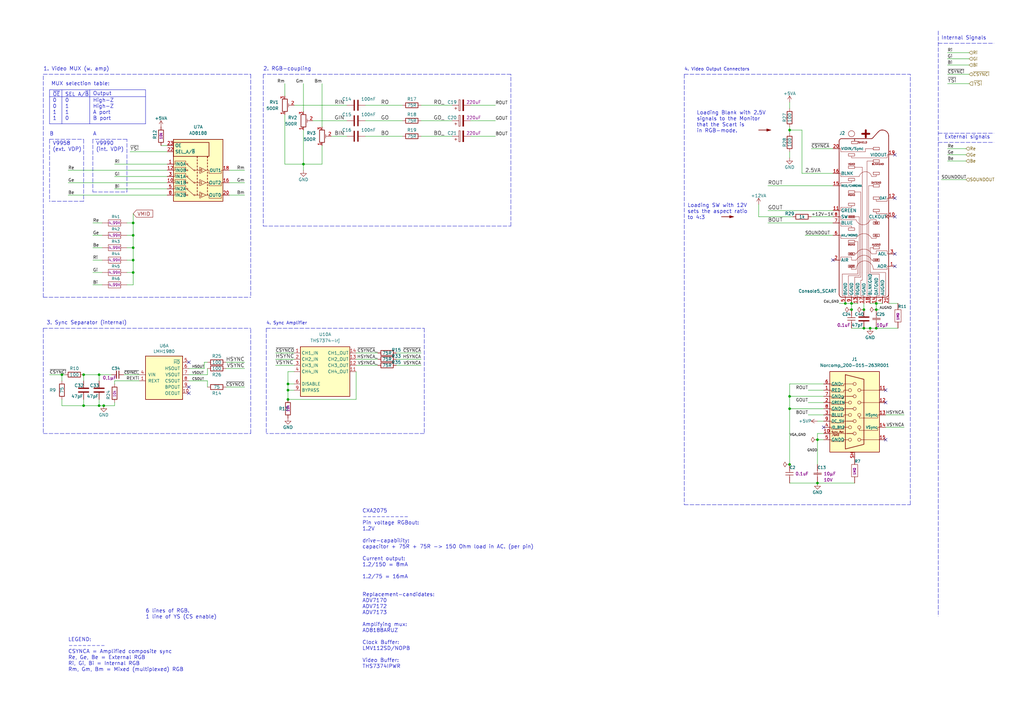
<source format=kicad_sch>
(kicad_sch (version 20211123) (generator eeschema)
  (paper "A3")
  (title_block (title "TRH9000D") (date "2022-12-29") (rev "AB") (comment 2 "Shared under CERN-OHL-S license") (comment 3 "TRH9000 - Open Source MSX Graphics Card based on the Yamaha V9990") (comment 4 "Designed  by: Cristiano Goncalves, Doomn00b, SD_Snatcher"))
  (junction (at 359.41 134.62))
  (junction (at 40.64 153.67))
  (junction (at 34.29 166.37))
  (junction (at 40.64 166.37))
  (junction (at 354.33 134.62))
  (junction (at 54.61 111.76))
  (junction (at 335.28 198.12))
  (junction (at 323.85 53.34))
  (junction (at 323.85 190.5))
  (junction (at 118.11 160.02))
  (junction (at 356.87 134.62))
  (junction (at 359.41 124.46))
  (junction (at 54.61 91.44))
  (junction (at 335.28 180.34))
  (junction (at 54.61 101.6))
  (junction (at 349.25 124.46))
  (junction (at 118.11 157.48))
  (junction (at 323.85 162.56))
  (junction (at 323.85 167.64))
  (junction (at 346.71 124.46))
  (junction (at 118.11 163.83))
  (junction (at 54.61 96.52))
  (junction (at 124.46 67.31))
  (junction (at 354.33 127))
  (junction (at 349.25 127))
  (junction (at 42.545 166.37))
  (junction (at 34.29 153.67))
  (junction (at 25.4 153.67))
  (junction (at 54.61 106.68))
  (junction (at 359.41 127))
  (no_connect (at 77.47 158.75))
  (no_connect (at 77.47 161.29))
  (no_connect (at 341.63 106.68))
  (no_connect (at 367.03 88.9))
  (no_connect (at 367.03 109.22))
  (no_connect (at 367.03 104.14))
  (no_connect (at 367.03 63.5))
  (no_connect (at 367.03 81.28))
  (no_connect (at 337.82 175.26))
  (no_connect (at 363.22 160.02))
  (no_connect (at 363.22 165.1))
  (no_connect (at 363.22 180.34))
  (no_connect (at 77.47 148.59))
  (wire (pts (xy 132.08 59.69) (xy 132.08 67.31)))
  (wire (pts (xy 388.62 34.29) (xy 397.51 34.29)))
  (wire (pts (xy 120.65 147.32) (xy 113.03 147.32)))
  (wire (pts (xy 323.85 162.56) (xy 337.82 162.56)))
  (wire (pts (xy 54.61 111.76) (xy 54.61 116.84)))
  (polyline (pts (xy 107.95 30.48) (xy 107.95 92.71)))
  (wire (pts (xy 54.61 106.68) (xy 54.61 111.76)))
  (wire (pts (xy 162.56 144.78) (xy 172.72 144.78)))
  (wire (pts (xy 149.86 55.88) (xy 165.1 55.88)))
  (wire (pts (xy 335.28 172.72) (xy 337.82 172.72)))
  (polyline (pts (xy 20.32 57.15) (xy 34.29 57.15)))
  (polyline (pts (xy 17.78 30.48) (xy 102.87 30.48)))
  (polyline (pts (xy 109.22 134.62) (xy 173.99 134.62)))
  (wire (pts (xy 146.05 149.86) (xy 154.94 149.86)))
  (polyline (pts (xy 173.99 134.62) (xy 173.99 177.8)))
  (wire (pts (xy 34.29 166.37) (xy 40.64 166.37)))
  (wire (pts (xy 185.42 43.18) (xy 172.72 43.18)))
  (wire (pts (xy 337.82 157.48) (xy 323.85 157.48)))
  (wire (pts (xy 335.28 198.12) (xy 350.52 198.12)))
  (polyline (pts (xy 38.1 78.74) (xy 52.07 78.74)))
  (wire (pts (xy 193.04 55.88) (xy 203.2 55.88)))
  (wire (pts (xy 331.47 160.02) (xy 337.82 160.02)))
  (wire (pts (xy 360.68 127) (xy 359.41 127)))
  (wire (pts (xy 346.71 124.46) (xy 349.25 124.46)))
  (wire (pts (xy 124.46 53.34) (xy 124.46 67.31)))
  (polyline (pts (xy 280.67 207.01) (xy 373.38 207.01)))
  (wire (pts (xy 20.32 153.67) (xy 25.4 153.67)))
  (wire (pts (xy 52.07 101.6) (xy 54.61 101.6)))
  (wire (pts (xy 135.89 55.88) (xy 142.24 55.88)))
  (wire (pts (xy 118.11 163.83) (xy 118.11 160.02)))
  (wire (pts (xy 25.4 166.37) (xy 34.29 166.37)))
  (wire (pts (xy 34.29 163.83) (xy 34.29 166.37)))
  (wire (pts (xy 311.15 83.82) (xy 311.15 88.9)))
  (polyline (pts (xy 173.99 177.8) (xy 109.22 177.8)))
  (wire (pts (xy 120.65 144.78) (xy 113.03 144.78)))
  (wire (pts (xy 335.28 177.8) (xy 337.82 177.8)))
  (wire (pts (xy 92.71 158.75) (xy 100.33 158.75)))
  (wire (pts (xy 146.05 144.78) (xy 154.94 144.78)))
  (polyline (pts (xy 20.32 50.8) (xy 59.69 50.8)) (stroke (width 0) (type solid)))
  (wire (pts (xy 93.98 80.01) (xy 100.33 80.01)))
  (wire (pts (xy 118.11 160.02) (xy 120.65 160.02)))
  (wire (pts (xy 124.46 67.31) (xy 124.46 69.85)))
  (wire (pts (xy 344.17 124.46) (xy 346.71 124.46)))
  (wire (pts (xy 311.15 88.9) (xy 325.12 88.9)))
  (polyline (pts (xy 17.78 177.8) (xy 102.87 177.8)))
  (polyline (pts (xy 20.32 36.83) (xy 59.69 36.83)) (stroke (width 0) (type solid)))
  (wire (pts (xy 386.08 73.66) (xy 396.24 73.66)))
  (wire (pts (xy 38.1 116.84) (xy 41.91 116.84)))
  (wire (pts (xy 38.1 111.76) (xy 41.91 111.76)))
  (wire (pts (xy 25.4 163.83) (xy 25.4 166.37)))
  (wire (pts (xy 388.62 63.5) (xy 396.24 63.5)))
  (wire (pts (xy 54.61 101.6) (xy 54.61 106.68)))
  (polyline (pts (xy 36.83 36.83) (xy 36.83 50.8)) (stroke (width 0) (type solid)))
  (wire (pts (xy 52.07 116.84) (xy 54.61 116.84)))
  (wire (pts (xy 388.62 21.59) (xy 397.51 21.59)))
  (polyline (pts (xy 20.32 39.624) (xy 59.69 39.624)) (stroke (width 0) (type solid)))
  (wire (pts (xy 77.47 153.67) (xy 85.09 153.67)))
  (wire (pts (xy 388.62 66.04) (xy 396.24 66.04)))
  (wire (pts (xy 77.47 151.13) (xy 83.82 151.13)))
  (wire (pts (xy 53.34 62.23) (xy 68.58 62.23)))
  (wire (pts (xy 354.33 127) (xy 354.33 124.46)))
  (wire (pts (xy 83.82 148.59) (xy 85.09 148.59)))
  (wire (pts (xy 92.71 151.13) (xy 100.33 151.13)))
  (wire (pts (xy 323.85 162.56) (xy 323.85 167.64)))
  (wire (pts (xy 93.98 74.93) (xy 100.33 74.93)))
  (polyline (pts (xy 17.78 121.92) (xy 102.87 121.92)))
  (wire (pts (xy 38.1 101.6) (xy 41.91 101.6)))
  (polyline (pts (xy 107.95 92.71) (xy 209.55 92.71)))
  (wire (pts (xy 40.64 153.67) (xy 40.64 156.21)))
  (polyline (pts (xy 420.37 125.73) (xy 420.37 125.73)))
  (wire (pts (xy 388.62 30.48) (xy 397.51 30.48)))
  (wire (pts (xy 149.86 43.18) (xy 165.1 43.18)))
  (wire (pts (xy 52.07 111.76) (xy 54.61 111.76)))
  (wire (pts (xy 52.07 96.52) (xy 54.61 96.52)))
  (wire (pts (xy 38.1 106.68) (xy 41.91 106.68)))
  (wire (pts (xy 337.82 180.34) (xy 335.28 180.34)))
  (wire (pts (xy 85.09 156.21) (xy 85.09 158.75)))
  (wire (pts (xy 332.74 88.9) (xy 341.63 88.9)))
  (wire (pts (xy 314.96 91.44) (xy 341.63 91.44)))
  (wire (pts (xy 77.47 156.21) (xy 85.09 156.21)))
  (wire (pts (xy 93.98 69.85) (xy 100.33 69.85)))
  (polyline (pts (xy 384.81 17.78) (xy 407.67 17.78)))
  (wire (pts (xy 54.61 96.52) (xy 54.61 101.6)))
  (polyline (pts (xy 384.81 58.42) (xy 407.67 58.42)))
  (wire (pts (xy 116.84 67.31) (xy 124.46 67.31)))
  (wire (pts (xy 356.87 134.62) (xy 359.41 134.62)))
  (polyline (pts (xy 17.78 134.62) (xy 102.87 134.62)))
  (wire (pts (xy 330.2 96.52) (xy 341.63 96.52)))
  (wire (pts (xy 328.93 71.12) (xy 341.63 71.12)))
  (wire (pts (xy 46.99 77.47) (xy 68.58 77.47)))
  (wire (pts (xy 388.62 26.67) (xy 397.51 26.67)))
  (wire (pts (xy 54.61 91.44) (xy 54.61 96.52)))
  (wire (pts (xy 341.63 60.96) (xy 332.74 60.96)))
  (wire (pts (xy 120.65 43.18) (xy 142.24 43.18)))
  (wire (pts (xy 118.11 157.48) (xy 118.11 160.02)))
  (polyline (pts (xy 17.78 134.62) (xy 17.78 177.8)))
  (wire (pts (xy 363.22 175.26) (xy 370.84 175.26)))
  (polyline (pts (xy 209.55 92.71) (xy 209.55 30.48)))
  (wire (pts (xy 85.09 151.13) (xy 85.09 153.67)))
  (polyline (pts (xy 102.87 30.48) (xy 102.87 121.92)))
  (wire (pts (xy 314.96 76.2) (xy 341.63 76.2)))
  (wire (pts (xy 359.41 127) (xy 359.41 124.46)))
  (wire (pts (xy 27.94 69.85) (xy 68.58 69.85)))
  (wire (pts (xy 335.28 190.5) (xy 335.28 180.34)))
  (wire (pts (xy 50.8 153.67) (xy 57.15 153.67)))
  (polyline (pts (xy 52.07 78.74) (xy 52.07 57.15)))
  (polyline (pts (xy 209.55 30.48) (xy 107.95 30.48)))
  (wire (pts (xy 328.93 53.34) (xy 328.93 71.12)))
  (polyline (pts (xy 52.07 57.15) (xy 38.1 57.15)))
  (wire (pts (xy 314.96 86.36) (xy 341.63 86.36)))
  (wire (pts (xy 40.64 153.67) (xy 45.72 153.67)))
  (wire (pts (xy 40.64 163.83) (xy 40.64 166.37)))
  (wire (pts (xy 185.42 49.53) (xy 172.72 49.53)))
  (wire (pts (xy 27.94 80.01) (xy 68.58 80.01)))
  (wire (pts (xy 368.3 124.46) (xy 364.49 124.46)))
  (wire (pts (xy 146.05 152.4) (xy 146.05 163.83)))
  (wire (pts (xy 116.84 34.29) (xy 116.84 39.37)))
  (wire (pts (xy 118.11 152.4) (xy 118.11 157.48)))
  (wire (pts (xy 118.11 163.83) (xy 146.05 163.83)))
  (wire (pts (xy 124.46 34.29) (xy 124.46 45.72)))
  (wire (pts (xy 46.99 67.31) (xy 68.58 67.31)))
  (wire (pts (xy 323.85 167.64) (xy 337.82 167.64)))
  (wire (pts (xy 193.04 43.18) (xy 203.2 43.18)))
  (wire (pts (xy 323.85 157.48) (xy 323.85 162.56)))
  (wire (pts (xy 25.4 153.67) (xy 26.67 153.67)))
  (wire (pts (xy 46.99 72.39) (xy 68.58 72.39)))
  (wire (pts (xy 331.47 170.18) (xy 337.82 170.18)))
  (polyline (pts (xy 17.78 121.92) (xy 17.78 30.48)))
  (wire (pts (xy 128.27 49.53) (xy 142.24 49.53)))
  (wire (pts (xy 146.05 147.32) (xy 154.94 147.32)))
  (wire (pts (xy 34.29 153.67) (xy 40.64 153.67)))
  (polyline (pts (xy 109.22 134.62) (xy 109.22 177.8)))
  (wire (pts (xy 335.28 177.8) (xy 335.28 180.34)))
  (wire (pts (xy 132.08 67.31) (xy 124.46 67.31)))
  (wire (pts (xy 83.82 148.59) (xy 83.82 151.13)))
  (wire (pts (xy 323.85 64.77) (xy 323.85 62.23)))
  (wire (pts (xy 162.56 147.32) (xy 172.72 147.32)))
  (wire (pts (xy 38.1 91.44) (xy 41.91 91.44)))
  (wire (pts (xy 363.22 170.18) (xy 370.84 170.18)))
  (wire (pts (xy 323.85 52.07) (xy 323.85 53.34)))
  (wire (pts (xy 349.25 124.46) (xy 351.79 124.46)))
  (wire (pts (xy 149.86 49.53) (xy 165.1 49.53)))
  (polyline (pts (xy 280.67 30.48) (xy 280.67 207.01)))
  (wire (pts (xy 25.4 156.21) (xy 25.4 153.67)))
  (wire (pts (xy 54.61 87.63) (xy 54.61 91.44)))
  (wire (pts (xy 323.85 53.34) (xy 328.93 53.34)))
  (wire (pts (xy 116.84 46.99) (xy 116.84 67.31)))
  (wire (pts (xy 203.2 49.53) (xy 193.04 49.53)))
  (wire (pts (xy 162.56 149.86) (xy 172.72 149.86)))
  (wire (pts (xy 120.65 152.4) (xy 118.11 152.4)))
  (wire (pts (xy 359.41 124.46) (xy 361.95 124.46)))
  (polyline (pts (xy 384.81 54.61) (xy 407.67 54.61)))
  (wire (pts (xy 52.07 106.68) (xy 54.61 106.68)))
  (wire (pts (xy 132.08 34.29) (xy 132.08 52.07)))
  (wire (pts (xy 356.87 124.46) (xy 359.41 124.46)))
  (wire (pts (xy 42.545 166.37) (xy 46.99 166.37)))
  (wire (pts (xy 120.65 157.48) (xy 118.11 157.48)))
  (wire (pts (xy 323.85 190.5) (xy 323.85 167.64)))
  (wire (pts (xy 40.64 166.37) (xy 42.545 166.37)))
  (wire (pts (xy 172.72 55.88) (xy 185.42 55.88)))
  (wire (pts (xy 46.99 165.1) (xy 46.99 166.37)))
  (wire (pts (xy 46.99 157.48) (xy 46.99 156.21)))
  (polyline (pts (xy 102.87 177.8) (xy 102.87 134.62)))
  (wire (pts (xy 120.65 149.86) (xy 113.03 149.86)))
  (wire (pts (xy 331.47 165.1) (xy 337.82 165.1)))
  (wire (pts (xy 359.41 134.62) (xy 368.3 134.62)))
  (wire (pts (xy 66.04 59.69) (xy 68.58 59.69)))
  (wire (pts (xy 92.71 148.59) (xy 100.33 148.59)))
  (polyline (pts (xy 20.32 57.15) (xy 20.32 82.55)))
  (wire (pts (xy 349.25 127) (xy 349.25 124.46)))
  (wire (pts (xy 388.62 60.96) (xy 396.24 60.96)))
  (polyline (pts (xy 373.38 207.01) (xy 373.38 30.48)))
  (wire (pts (xy 27.94 74.93) (xy 68.58 74.93)))
  (polyline (pts (xy 280.67 30.48) (xy 373.38 30.48)))
  (wire (pts (xy 52.07 91.44) (xy 54.61 91.44)))
  (wire (pts (xy 388.62 24.13) (xy 397.51 24.13)))
  (polyline (pts (xy 59.69 50.8) (xy 59.69 36.83)) (stroke (width 0) (type solid)))
  (wire (pts (xy 34.29 153.67) (xy 34.29 156.21)))
  (polyline (pts (xy 34.29 82.55) (xy 20.32 82.55)))
  (polyline (pts (xy 384.81 12.7) (xy 384.81 252.73)))
  (wire (pts (xy 323.85 53.34) (xy 323.85 54.61)))
  (wire (pts (xy 38.1 96.52) (xy 41.91 96.52)))
  (wire (pts (xy 323.85 198.12) (xy 335.28 198.12)))
  (wire (pts (xy 323.85 41.91) (xy 323.85 44.45)))
  (polyline (pts (xy 38.1 57.15) (xy 38.1 78.74)))
  (polyline (pts (xy 20.32 36.83) (xy 20.32 50.8)) (stroke (width 0) (type solid)))
  (wire (pts (xy 46.99 156.21) (xy 57.15 156.21)))
  (polyline (pts (xy 34.29 57.15) (xy 34.29 82.55)))
  (wire (pts (xy 349.25 134.62) (xy 354.33 134.62)))
  (wire (pts (xy 354.33 134.62) (xy 356.87 134.62)))
  (polyline (pts (xy 25.4 36.83) (xy 25.4 50.8)) (stroke (width 0) (type solid)))
  (text "Internal Signals" (at 386.08 16.51 0) (effects (font (size 1.524 1.524)) (justify left bottom)))
  (text "A" (at 38.1 55.88 0) (effects (font (size 1.524 1.524)) (justify left bottom)))
  (text "CXA2075\n----------\nPin voltage RGBout:\n1.2V\n\ndrive-capability:\ncapacitor + 75R + 75R -> 150 Ohm load in AC. (per pin)\n\nCurrent output:\n1.2/150 = 8mA\n\n1.2/75 = 16mA\n\n\nReplacement-candidates:\nADV7170\nADV7172\nADV7173\n\nAmplifying mux:\nAD8188ARUZ\n\nClock Buffer:\nLMV112SD/NOPB\n\nVideo Buffer:\nTHS7374IPWR" (at 148.59 274.32 0) (effects (font (size 1.524 1.524)) (justify left bottom)))
  (text "3. Sync Separator (internal)" (at 19.05 133.35 0) (effects (font (size 1.524 1.524)) (justify left bottom)))
  (text "4. Sync Amplifier" (at 109.22 133.35 0) (effects (font (size 1.27 1.27)) (justify left bottom)))
  (text "Loading Blank with 2.5V\nsignals to the Monitor \nthat the Scart is \nin RGB-mode." (at 285.75 54.61 0) (effects (font (size 1.524 1.524)) (justify left bottom)))
  (text "Output" (at 38.1 39.37 0) (effects (font (size 1.524 1.524)) (justify left bottom)))
  (text "V9990\n(int. VDP)" (at 39.37 62.23 0) (effects (font (size 1.524 1.524)) (justify left bottom)))
  (text "~{OE}\n0\n0\n1\n1" (at 21.59 49.53 0) (effects (font (size 1.524 1.524)) (justify left bottom)))
  (text "LEGEND:\n--------\nCSYNCA = Amplified composite sync\nRe, Ge, Be = External RGB\nRi, Gi, Bi = Internal RGB\nRm, Gm, Bm = Mixed (multiplexed) RGB" (at 27.94 275.59 0) (effects (font (size 1.524 1.524)) (justify left bottom)))
  (text "High-Z\nHigh-Z\nA port\nB port" (at 38.1 49.53 0) (effects (font (size 1.524 1.524)) (justify left bottom)))
  (text "1. Video MUX (w. amp)" (at 17.78 29.21 0) (effects (font (size 1.524 1.524)) (justify left bottom)))
  (text "4. Video Output Connectors\n" (at 280.67 29.21 0) (effects (font (size 1.27 1.27)) (justify left bottom)))
  (text "External signals" (at 387.35 57.15 0) (effects (font (size 1.524 1.524)) (justify left bottom)))
  (text "2. RGB-coupling" (at 107.95 29.21 0) (effects (font (size 1.524 1.524)) (justify left bottom)))
  (text "SEL A/~{B}\n0\n1\n1\n0\n" (at 26.67 49.53 0) (effects (font (size 1.524 1.524)) (justify left bottom)))
  (text "MUX selection table:" (at 20.955 35.306 0) (effects (font (size 1.524 1.524)) (justify left bottom)))
  (text "B" (at 20.32 55.88 0) (effects (font (size 1.524 1.524)) (justify left bottom)))
  (text "6 lines of RGB.\n1 line of YS (CS enable)" (at 59.69 254 0) (effects (font (size 1.524 1.524)) (justify left bottom)))
  (text "Loading SW with 12V \nsets the aspect ratio\nto 4:3" (at 281.94 90.17 0) (effects (font (size 1.524 1.524)) (justify left bottom)))
  (text "V9958\n(ext. VDP)" (at 21.59 62.23 0) (effects (font (size 1.524 1.524)) (justify left bottom)))
  (label "~{YSi}" (at 53.34 62.23 0) (effects (font (size 1.524 1.524))))
  (label "VSYNC" (at 100.33 151.13 180) (effects (font (size 1.524 1.524))))
  (label "Gi" (at 38.1 111.76 0))
  (label "Be" (at 27.94 80.01 0))
  (label "HSYNCA" (at 172.72 147.32 180))
  (label "~{CSYNCO}" (at 100.33 158.75 180))
  (label "RO" (at 156.21 43.18 0) (effects (font (size 1.524 1.524))))
  (label "Ri" (at 38.1 106.68 0))
  (label "HSYNC" (at 113.03 147.32 0) (effects (font (size 1.524 1.524))))
  (label "Ge" (at 38.1 96.52 0))
  (label "BO_" (at 177.8 55.88 0) (effects (font (size 1.524 1.524))))
  (label "BIN" (at 137.16 55.88 0) (effects (font (size 1.524 1.524))))
  (label "HSYNC" (at 100.33 148.59 180) (effects (font (size 1.524 1.524))))
  (label "Re" (at 38.1 91.44 0))
  (label "ROUT" (at 203.2 43.18 0))
  (label "HSYNCA" (at 370.84 170.18 180))
  (label "GO_" (at 177.8 49.53 0) (effects (font (size 1.524 1.524))))
  (label "BOUT" (at 314.96 91.44 0) (effects (font (size 1.524 1.524))))
  (label "BOUT" (at 331.47 170.18 180))
  (label "~{CSYNCA}" (at 332.74 60.96 0))
  (label "Bm" (at 132.08 34.29 180))
  (label "SOUNDOUT" (at 386.08 73.66 0))
  (label "Ge" (at 388.62 63.5 0))
  (label "Ge" (at 27.94 74.93 0))
  (label "Ri" (at 388.62 21.59 0))
  (label "GNDD" (at 335.28 185.42 180) (effects (font (size 1 1))))
  (label "+12V-1K" (at 332.74 88.9 0))
  (label "VSYNCA_" (at 154.94 149.86 180))
  (label "2.5VA" (at 330.2 71.12 0) (effects (font (size 1.524 1.524))))
  (label "CSOUT" (at 78.74 156.21 0) (effects (font (size 1 1))))
  (label "~{CSYNCi}" (at 20.32 153.67 0))
  (label "BOUT" (at 203.2 55.88 0))
  (label "Gi" (at 46.99 72.39 0))
  (label "ROUT" (at 314.96 76.2 0) (effects (font (size 1.524 1.524))))
  (label "Gm" (at 124.46 34.29 180))
  (label "SOUNDOUT" (at 330.2 96.52 0))
  (label "Rm" (at 116.84 34.29 180))
  (label "Bi" (at 388.62 26.67 0))
  (label "~{CSYNCA}" (at 172.72 144.78 180))
  (label "Rm" (at 100.33 69.85 180))
  (label "VSYNC" (at 113.03 149.86 0) (effects (font (size 1.524 1.524))))
  (label "Be" (at 38.1 101.6 0))
  (label "~{YSi}" (at 388.62 34.29 0) (effects (font (size 1.524 1.524))))
  (label "BO" (at 156.21 55.88 0) (effects (font (size 1.524 1.524))))
  (label "~{CSYNCi_}" (at 57.15 153.67 180) (effects (font (size 1 1))))
  (label "~{CSYNCi}" (at 388.62 30.48 0))
  (label "Re" (at 27.94 69.85 0))
  (label "GIN" (at 137.16 49.53 0) (effects (font (size 1.524 1.524))))
  (label "VSYNCA" (at 172.72 149.86 180))
  (label "Col_GND" (at 344.17 124.46 180) (effects (font (size 1 1))))
  (label "Be" (at 388.62 66.04 0))
  (label "GO" (at 156.21 49.53 0) (effects (font (size 1.524 1.524))))
  (label "Ri" (at 46.99 67.31 0))
  (label "Gi" (at 388.62 24.13 0))
  (label "Bm" (at 100.33 80.01 180))
  (label "VSYNCA" (at 370.84 175.26 180))
  (label "AUGND" (at 360.68 127 0) (effects (font (size 1 1))))
  (label "VSOUT" (at 78.74 153.67 0) (effects (font (size 1 1))))
  (label "HSYNCA_" (at 154.94 147.32 180))
  (label "~{CSYNCA}_" (at 154.94 144.78 180))
  (label "ROUT" (at 331.47 160.02 180))
  (label "RO_" (at 177.8 43.18 0) (effects (font (size 1.524 1.524))))
  (label "GOUT" (at 203.2 49.53 0))
  (label "HSOUT" (at 78.74 151.13 0) (effects (font (size 1 1))))
  (label "Bi" (at 46.99 77.47 0))
  (label "RIN" (at 137.16 43.18 0) (effects (font (size 1.524 1.524))))
  (label "GOUT" (at 331.47 165.1 180))
  (label "GOUT" (at 314.96 86.36 0) (effects (font (size 1.524 1.524))))
  (label "Bi" (at 38.1 116.84 0))
  (label "REXTi" (at 57.15 156.21 180))
  (label "VGA_GND" (at 323.85 179.07 0) (effects (font (size 1 1))))
  (label "~{CSYNCO}" (at 113.03 144.78 0))
  (label "Gm" (at 100.33 74.93 180))
  (label "Re" (at 388.62 60.96 0))
  (global_label "VMID" (shape input) (at 54.61 87.63 0) (effects (font (size 1.5 1.5))) (property "Intersheet References" "${INTERSHEET_REFS}" (effects hide)))
  (hierarchical_label "Ri" (shape input) (at 397.51 21.59 0))
  (hierarchical_label "~{YSi}" (shape input) (at 397.51 34.29 0) (effects (font (size 1.524 1.524))))
  (hierarchical_label "Ge" (shape input) (at 396.24 63.5 0))
  (hierarchical_label "Gi" (shape input) (at 397.51 24.13 0))
  (hierarchical_label "Re" (shape input) (at 396.24 60.96 0))
  (hierarchical_label "Be" (shape input) (at 396.24 66.04 0))
  (hierarchical_label "Bi" (shape input) (at 397.51 26.67 0))
  (hierarchical_label "~{CSYNCi}" (shape input) (at 397.51 30.48 0))
  (hierarchical_label "SOUNDOUT" (shape input) (at 396.24 73.66 0))
  (symbol (lib_id "power:GND") (at 42.545 166.37 0) (unit 1)
    (property "Reference" "#PWR016" (effects hide))
    (property "Value" "GND" (at 42.545 170.18 0))
  )
  (symbol (lib_name "C_TCJB227_1") (lib_id "LRJ-parts:C_TCJB227") (at 189.23 55.88 90) (unit 1)
    (property "Reference" "C21" (at 185.42 54.61 90))
    (property "Value" "C_TCJB227" (effects hide))
    (property "Footprint" "Capacitor_Tantalum_SMD:CP_EIA-3528-15_AVX-H" (effects hide))
    (property "Datasheet" "https://datasheets.kyocera-avx.com/TCJ.pdf" (effects hide))
    (property "MPN" "TCJB227M006R0070" (effects hide))
    (property "Voltage Rating" "6.3V" (effects hide))
    (property "Manufacturer" "KYOCERA AVX" (effects hide))
    (property "Capacitance" "220uF" (at 194.31 54.61 90))
  )
  (symbol (lib_id "power:+5VP") (at 335.28 172.72 90) (unit 1)
    (property "Reference" "#PWR026" (effects hide))
    (property "Value" "+5VP" (at 330.2 172.72 90))
  )
  (symbol (lib_id "LRJ-parts:C_GRM188D71A106KA73D") (at 359.41 130.81 180) (unit 1)
    (property "Reference" "C25" (at 359.41 128.905 0) (effects (font (size 1.143 1.143)) (justify right)))
    (property "Value" "C_GRM188D71A106KA73D" (effects hide))
    (property "Footprint" "Capacitor_SMD:C_0603_1608Metric" (effects hide))
    (property "Datasheet" "https://media.digikey.com/pdf/Data%20Sheets/Samsung%20PDFs/CL_Series_MLCC_ds.pdf" (effects hide))
    (property "Manufacturer" "Murata Electronics" (effects hide))
    (property "MPN" "GRM188D71A106KA73D" (effects hide))
    (property "Capacitance" "10µF" (at 359.41 133.35 0) (effects (justify right)))
    (property "Voltage rating" "10V" (effects hide))
    (property "Temperature Coefficient " "X7T" (effects hide))
    (property "Mounting type" "SMD" (effects hide))
    (property "Status" "Active" (effects hide))
  )
  (symbol (lib_id "Device:R_Potentiometer_Trim") (at 124.46 49.53 0) (mirror x) (unit 1)
    (property "Reference" "RV2" (at 121.92 48.2599 0) (effects (justify right)))
    (property "Value" "500R" (at 121.92 50.7999 0) (effects (justify right)))
    (property "Footprint" "Potentiometer_SMD:Potentiometer_Bourns_3314G_Vertical" (effects hide))
  )
  (symbol (lib_id "LRJ-parts:R_CRCW08054K99FKEAHP") (at 46.99 96.52 180) (unit 1)
    (property "Reference" "R42" (at 45.72 93.98 0) (effects (font (size 1.143 1.143)) (justify right)))
    (property "Value" "R_CRCW08054K99FKEAHP" (effects hide))
    (property "Footprint" "Resistor_SMD:R_0805_2012Metric_Pad1.20x1.40mm_HandSolder" (effects hide))
    (property "Datasheet" "https://www.vishay.com/docs/20043/crcwhpe3.pdf" (effects hide))
    (property "Manufacturer" "Vishay Dale" (effects hide))
    (property "MPN" "CRCW08054K99FKEAHP" (effects hide))
    (property "Operating Temperature " " -55°C to +155°C" (effects hide))
    (property "Resistance" "4.99K" (at 44.45 96.52 0) (effects (font (size 1.143 1.143)) (justify right)))
    (property "Mounting type" "SMD" (effects hide))
    (property "Status" "Active" (effects hide))
    (property "Price" "€0,21" (effects hide))
  )
  (symbol (lib_id "LRJ-parts:C_CC0805JPX7R9BB104") (at 323.85 194.31 0) (unit 1)
    (property "Reference" "C2" (at 323.85 191.77 0) (effects (font (size 1.143 1.143)) (justify left)))
    (property "Value" "C_CC0805JPX7R9BB104" (effects hide))
    (property "Footprint" "LRJ:C_0805_2012Metric_round_court" (effects hide))
    (property "Datasheet" "https://www.yageo.com/upload/media/product/productsearch/datasheet/mlcc/UPY-GPHC_X7R_6.3V-to-50V_18.pdf" (effects hide))
    (property "Manufacturer" "Yageo" (effects hide))
    (property "MPN" "CC0805JPX7R9BB104" (effects hide))
    (property "Mouser datasheet" "https://www.mouser.se/datasheet/2/427/vjcommercialseries-1764145.pdf" (effects hide))
    (property "Capacitance" "0.1uF" (at 328.93 194.31 0))
    (property "Voltage rating" "50V" (effects hide))
    (property "Temperature Coefficient " "X7R" (effects hide))
    (property "Mounting type" "SMD" (effects hide))
    (property "Status" "Active" (effects hide))
  )
  (symbol (lib_id "Device:C") (at 146.05 43.18 270) (unit 1)
    (property "Reference" "C14" (at 142.24 40.64 90))
    (property "Value" "100nF" (at 151.13 40.64 90))
    (property "Footprint" "Capacitor_SMD:C_0805_2012Metric" (effects hide))
  )
  (symbol (lib_id "Device:C") (at 354.33 130.81 0) (unit 1)
    (property "Reference" "C40" (at 350.52 128.905 0) (effects (justify left)))
    (property "Value" "47pF" (at 349.25 133.35 0) (effects (justify left)))
    (property "Footprint" "Capacitor_SMD:C_0603_1608Metric" (effects hide))
  )
  (symbol (lib_id "Device:R") (at 88.9 151.13 270) (mirror x) (unit 1)
    (property "Reference" "R26" (at 88.9 153.67 90))
    (property "Value" "100" (at 88.9 151.13 90))
    (property "Footprint" "Resistor_SMD:R_0603_1608Metric" (effects hide))
  )
  (symbol (lib_id "LRJ-parts:Console5_SCART") (at 354.33 88.9 0) (unit 1)
    (property "Reference" "J2" (at 345.44 54.61 0))
    (property "Value" "Console5_SCART" (at 335.28 119.38 0))
    (property "Footprint" "LRJ:SCART-21_Female_Horizontal_P1.905x2.54mm_EdgePinOffset10.7mm" (effects hide))
    (property "Datasheet" "https://console5.com/store/female-scart-jp21-through-hole-pcb-mount-21-pin-connector-right-angle.html#" (effects hide))
    (property "Manufacturer" "Console5" (effects hide))
    (property "MPN" "N/A" (effects hide))
  )
  (symbol (lib_id "Device:R") (at 168.91 43.18 270) (unit 1)
    (property "Reference" "R17" (at 168.91 40.64 90))
    (property "Value" "75R" (at 168.91 43.18 90))
    (property "Footprint" "Resistor_SMD:R_0805_2012Metric" (effects hide))
  )
  (symbol (lib_id "LRJ-parts:C_GRM188D71A106KA73D") (at 335.28 194.31 180) (unit 1)
    (property "Reference" "C13" (at 335.28 191.77 0) (effects (font (size 1.143 1.143)) (justify right)))
    (property "Value" "C_GRM188D71A106KA73D" (effects hide))
    (property "Footprint" "Capacitor_SMD:C_0603_1608Metric" (effects hide))
    (property "Datasheet" "https://media.digikey.com/pdf/Data%20Sheets/Samsung%20PDFs/CL_Series_MLCC_ds.pdf" (effects hide))
    (property "Manufacturer" "Murata Electronics" (effects hide))
    (property "MPN" "GRM188D71A106KA73D" (effects hide))
    (property "Capacitance" "10µF" (at 337.82 194.31 0) (effects (justify right)))
    (property "Voltage rating" "10V" (at 337.82 196.85 0) (effects (justify right)))
    (property "Temperature Coefficient " "X7T" (effects hide))
    (property "Mounting type" "SMD" (effects hide))
    (property "Status" "Active" (effects hide))
  )
  (symbol (lib_id "Device:R") (at 328.93 88.9 270) (unit 1)
    (property "Reference" "R29" (at 323.85 87.63 90))
    (property "Value" "1k" (at 328.93 88.9 90))
    (property "Footprint" "Resistor_SMD:R_0603_1608Metric" (effects hide))
  )
  (symbol (lib_id "LRJ-parts:Norcomp_200-015-263R001") (at 350.52 170.18 0) (unit 1)
    (property "Reference" "J1" (at 350.52 147.32 0))
    (property "Value" "Norcomp_200-015-263R001" (at 350.52 149.86 0))
    (property "Footprint" "LRJ:Norcomp_DSUB-15-HD_Female_Horizontal_SMD_P0.77x1.98mm" (effects hide))
    (property "Datasheet" "https://www.norcomp.net/rohspdfs/Connectors/2YY/200-015-263R001.pdf" (effects hide))
    (property "MPN" "200-015-263R001" (effects hide))
    (property "Manufacturer" "NorComp Inc." (effects hide))
    (property "Description" "CONN D-SUB HD RCPT 15POS SMD R/A" (effects hide))
    (property "Current Rating" "2A" (effects hide))
    (property "Voltage Rating" "300V" (effects hide))
  )
  (symbol (lib_id "power:PWR_FLAG") (at 354.33 127 90) (unit 1)
    (property "Reference" "#FLG06" (effects hide))
    (property "Value" "PWR_FLAG" (effects hide))
  )
  (symbol (lib_id "Device:R") (at 25.4 160.02 0) (unit 1)
    (property "Reference" "R9" (at 21.59 160.02 0))
    (property "Value" "75" (at 25.4 160.02 90))
    (property "Footprint" "Resistor_SMD:R_0603_1608Metric" (effects hide))
  )
  (symbol (lib_id "Graphic:SYM_Arrow_Normal") (at 298.45 88.9 0) (unit 1)
    (property "Reference" "#SYM2" (effects hide))
    (property "Value" "SYM_Arrow_Normal" (effects hide))
  )
  (symbol (lib_id "LRJ-parts:THS7374-lrj") (at 133.35 152.4 0) (unit 1)
    (property "Reference" "U10" (at 133.35 137.16 0))
    (property "Value" "THS7374-lrj" (at 133.35 139.7 0))
    (property "Footprint" "Package_SO:TSSOP-14_4.4x5mm_P0.65mm" (effects hide))
    (property "Datasheet" "https://www.ti.com/lit/ds/symlink/ths7374.pdf" (effects hide))
    (property "MPN" "THS7374IPWR" (effects hide))
    (property "Manufacturer" "Texas Instruments" (effects hide))
  )
  (symbol (lib_id "LRJ-parts:C_CL10B104KB8NNNL") (at 48.26 153.67 270) (mirror x) (unit 1)
    (property "Reference" "C34" (at 45.72 151.13 90) (effects (font (size 1.143 1.143)) (justify left)))
    (property "Value" "C_CL10B104KB8NNNL" (effects hide))
    (property "Footprint" "Capacitor_SMD:C_0603_1608Metric_Pad1.08x0.95mm_HandSolder" (effects hide))
    (property "Datasheet" "http://product.samsungsem.com/mlcc/CL10B104KB8NNN.do" (effects hide))
    (property "Manufacturer" "Samsung Electro-Mechanics" (effects hide))
    (property "MPN" "CL10B104KB8NNNL" (effects hide))
    (property "Temperature Coefficient " "X7R" (effects hide))
    (property "Capacitance " " 0,1µF" (at 44.45 154.94 90))
    (property "Tolerance" " ±10% " (effects hide))
    (property "Operating Temperature " " -55°C to +125°C " (effects hide))
    (property "Package" "1608 Metric" (effects hide))
    (property "DK_Datasheet" "https://media.digikey.com/pdf/Data%20Sheets/Samsung%20PDFs/CL_Series_MLCC_ds.pdf" (effects hide))
    (property "Voltage Rating" "50V" (effects hide))
  )
  (symbol (lib_id "Device:R") (at 30.48 153.67 270) (mirror x) (unit 1)
    (property "Reference" "R10" (at 30.48 151.13 90))
    (property "Value" "100" (at 30.48 153.67 90))
    (property "Footprint" "Resistor_SMD:R_0603_1608Metric" (effects hide))
  )
  (symbol (lib_id "power:PWR_FLAG") (at 323.85 190.5 90) (unit 1)
    (property "Reference" "#FLG02" (effects hide))
    (property "Value" "PWR_FLAG" (effects hide))
  )
  (symbol (lib_id "power:+12VA") (at 311.15 83.82 0) (unit 1)
    (property "Reference" "#PWR0109" (effects hide))
    (property "Value" "+12VA" (at 311.15 80.264 0))
  )
  (symbol (lib_id "LRJ-parts:R_ERJ-3GEYJ105V") (at 368.3 129.54 90) (unit 1)
    (property "Reference" "R11" (at 368.3 125.73 90) (effects (font (size 1.143 1.143)) (justify right)))
    (property "Value" "R_ERJ-3GEYJ105V" (effects hide))
    (property "Footprint" "Resistor_SMD:R_0603_1608Metric" (effects hide))
    (property "Datasheet" "https://industrial.panasonic.com/ww/products/pt/general-purpose-chip-resistors/models/ERJ3GEYJ105V" (effects hide))
    (property "Manufacturer" "Panasonic Electronic Components" (effects hide))
    (property "MPN" "ERJ-3GEYJ105V" (effects hide))
    (property "Resistance" "1MΩ" (at 368.3 128.27 0) (effects (font (size 0.889 0.889)) (justify right)))
    (property "Voltage rating" "75V" (effects hide))
    (property "Operating Temperature " " -55°C to +155°C" (effects hide))
    (property "Status" "Active" (effects hide))
    (property "Mounting type" "SMD" (effects hide))
  )
  (symbol (lib_id "Device:R") (at 323.85 48.26 0) (mirror y) (unit 1)
    (property "Reference" "R27" (at 321.818 48.26 90))
    (property "Value" "100" (at 323.85 48.26 90))
    (property "Footprint" "Resistor_SMD:R_0603_1608Metric" (effects hide))
  )
  (symbol (lib_id "LRJ-parts:R_CRCW08054K99FKEAHP") (at 46.99 101.6 180) (unit 1)
    (property "Reference" "R43" (at 45.72 99.06 0) (effects (font (size 1.143 1.143)) (justify right)))
    (property "Value" "R_CRCW08054K99FKEAHP" (effects hide))
    (property "Footprint" "Resistor_SMD:R_0805_2012Metric_Pad1.20x1.40mm_HandSolder" (effects hide))
    (property "Datasheet" "https://www.vishay.com/docs/20043/crcwhpe3.pdf" (effects hide))
    (property "Manufacturer" "Vishay Dale" (effects hide))
    (property "MPN" "CRCW08054K99FKEAHP" (effects hide))
    (property "Operating Temperature " " -55°C to +155°C" (effects hide))
    (property "Resistance" "4.99K" (at 44.45 101.6 0) (effects (font (size 1.143 1.143)) (justify right)))
    (property "Mounting type" "SMD" (effects hide))
    (property "Status" "Active" (effects hide))
    (property "Price" "€0,21" (effects hide))
  )
  (symbol (lib_id "power:GND") (at 124.46 69.85 0) (unit 1)
    (property "Reference" "#PWR0145" (effects hide))
    (property "Value" "GND" (at 124.46 73.66 0))
  )
  (symbol (lib_id "Device:C") (at 40.64 160.02 0) (unit 1)
    (property "Reference" "C33" (at 36.83 158.115 0) (effects (justify left)))
    (property "Value" "47pF" (at 35.56 162.56 0) (effects (justify left)))
    (property "Footprint" "Capacitor_SMD:C_0603_1608Metric" (effects hide))
  )
  (symbol (lib_id "power:PWR_FLAG") (at 359.41 127 90) (unit 1)
    (property "Reference" "#FLG07" (effects hide))
    (property "Value" "PWR_FLAG" (effects hide))
  )
  (symbol (lib_id "power:GND") (at 356.87 134.62 0) (unit 1)
    (property "Reference" "#PWR023" (effects hide))
    (property "Value" "GND" (at 356.87 138.43 0))
  )
  (symbol (lib_id "power:PWR_FLAG") (at 349.25 127 90) (unit 1)
    (property "Reference" "#FLG05" (effects hide))
    (property "Value" "PWR_FLAG" (effects hide))
  )
  (symbol (lib_id "LRJ-parts:R_CRCW08054K99FKEAHP") (at 46.99 111.76 180) (unit 1)
    (property "Reference" "R45" (at 45.72 109.22 0) (effects (font (size 1.143 1.143)) (justify right)))
    (property "Value" "R_CRCW08054K99FKEAHP" (effects hide))
    (property "Footprint" "Resistor_SMD:R_0805_2012Metric_Pad1.20x1.40mm_HandSolder" (effects hide))
    (property "Datasheet" "https://www.vishay.com/docs/20043/crcwhpe3.pdf" (effects hide))
    (property "Manufacturer" "Vishay Dale" (effects hide))
    (property "MPN" "CRCW08054K99FKEAHP" (effects hide))
    (property "Operating Temperature " " -55°C to +155°C" (effects hide))
    (property "Resistance" "4.99K" (at 44.45 111.76 0) (effects (font (size 1.143 1.143)) (justify right)))
    (property "Mounting type" "SMD" (effects hide))
    (property "Status" "Active" (effects hide))
    (property "Price" "€0,21" (effects hide))
  )
  (symbol (lib_id "Device:R") (at 323.85 58.42 0) (mirror y) (unit 1)
    (property "Reference" "R28" (at 321.818 58.42 90))
    (property "Value" "100" (at 323.85 58.42 90))
    (property "Footprint" "Resistor_SMD:R_0603_1608Metric" (effects hide))
  )
  (symbol (lib_id "Device:R_Potentiometer_Trim") (at 132.08 55.88 0) (mirror x) (unit 1)
    (property "Reference" "RV3" (at 129.54 54.6099 0) (effects (justify right)))
    (property "Value" "500R" (at 129.54 57.1499 0) (effects (justify right)))
    (property "Footprint" "Potentiometer_SMD:Potentiometer_Bourns_3314G_Vertical" (effects hide))
  )
  (symbol (lib_id "LRJ-parts:R_CRCW08054K99FKEAHP") (at 46.99 116.84 180) (unit 1)
    (property "Reference" "R46" (at 45.72 114.3 0) (effects (font (size 1.143 1.143)) (justify right)))
    (property "Value" "R_CRCW08054K99FKEAHP" (effects hide))
    (property "Footprint" "Resistor_SMD:R_0805_2012Metric_Pad1.20x1.40mm_HandSolder" (effects hide))
    (property "Datasheet" "https://www.vishay.com/docs/20043/crcwhpe3.pdf" (effects hide))
    (property "Manufacturer" "Vishay Dale" (effects hide))
    (property "MPN" "CRCW08054K99FKEAHP" (effects hide))
    (property "Operating Temperature " " -55°C to +155°C" (effects hide))
    (property "Resistance" "4.99K" (at 44.45 116.84 0) (effects (font (size 1.143 1.143)) (justify right)))
    (property "Mounting type" "SMD" (effects hide))
    (property "Status" "Active" (effects hide))
    (property "Price" "€0,21" (effects hide))
  )
  (symbol (lib_id "Device:C") (at 146.05 49.53 270) (unit 1)
    (property "Reference" "C15" (at 142.24 46.99 90))
    (property "Value" "100nF" (at 151.13 46.99 90))
    (property "Footprint" "Capacitor_SMD:C_0805_2012Metric" (effects hide))
  )
  (symbol (lib_id "LRJ-parts:R_CRCW08054K99FKEAHP") (at 46.99 91.44 180) (unit 1)
    (property "Reference" "R41" (at 45.72 88.9 0) (effects (font (size 1.143 1.143)) (justify right)))
    (property "Value" "R_CRCW08054K99FKEAHP" (effects hide))
    (property "Footprint" "Resistor_SMD:R_0805_2012Metric_Pad1.20x1.40mm_HandSolder" (effects hide))
    (property "Datasheet" "https://www.vishay.com/docs/20043/crcwhpe3.pdf" (effects hide))
    (property "Manufacturer" "Vishay Dale" (effects hide))
    (property "MPN" "CRCW08054K99FKEAHP" (effects hide))
    (property "Operating Temperature " " -55°C to +155°C" (effects hide))
    (property "Resistance" "4.99K" (at 44.45 91.44 0) (effects (font (size 1.143 1.143)) (justify right)))
    (property "Mounting type" "SMD" (effects hide))
    (property "Status" "Active" (effects hide))
    (property "Price" "€0,21" (effects hide))
  )
  (symbol (lib_name "C_CC0805JPX7R9BB104_1") (lib_id "LRJ-parts:C_CC0805JPX7R9BB104") (at 349.25 130.81 0) (unit 1)
    (property "Reference" "C24" (at 345.44 128.905 0) (effects (font (size 1.143 1.143)) (justify left)))
    (property "Value" "C_CC0805JPX7R9BB104" (effects hide))
    (property "Footprint" "Capacitor_SMD:C_0805_2012Metric" (effects hide))
    (property "Datasheet" "https://www.yageo.com/upload/media/product/productsearch/datasheet/mlcc/UPY-GPHC_X7R_6.3V-to-50V_18.pdf" (effects hide))
    (property "Manufacturer" "Yageo" (effects hide))
    (property "MPN" "CC0805JPX7R9BB104" (effects hide))
    (property "Mouser datasheet" "https://www.mouser.se/datasheet/2/427/vjcommercialseries-1764145.pdf" (effects hide))
    (property "Capacitance" "0.1uF" (at 346.075 133.35 0))
    (property "Voltage rating" "50V" (effects hide))
    (property "Temperature Coefficient " "X7R" (effects hide))
    (property "Mounting type" "SMD" (effects hide))
    (property "Status" "Active" (effects hide))
  )
  (symbol (lib_id "power:GND") (at 323.85 64.77 0) (unit 1)
    (property "Reference" "#PWR021" (effects hide))
    (property "Value" "GND" (at 323.85 68.58 0))
  )
  (symbol (lib_id "LRJ-parts:R_RC0603FR-0710KL") (at 66.04 55.88 0) (unit 1)
    (property "Reference" "R12" (at 63.5 57.15 90) (effects (justify left)))
    (property "Value" "R_RC0603FR-0710KL" (effects hide))
    (property "Footprint" "LRJ:R_0603_1608Metric_roundcourt" (effects hide))
    (property "Datasheet" "https://www.yageo.com/upload/media/product/productsearch/datasheet/rchip/PYu-RC_Group_51_RoHS_L_11.pdf" (effects hide))
    (property "Resistance" "10k" (at 66.04 57.15 90) (effects (font (size 0.9906 0.9906)) (justify left)))
    (property "Power (Watts) " " 0.1W, 1/10W" (effects hide))
    (property "Operating Temperature " " -55°C to 155°C " (effects hide))
    (property "MPN" "RC0603FR-0710KL" (effects hide))
    (property "Manufacturer" "Yageo" (effects hide))
  )
  (symbol (lib_id "Device:R") (at 168.91 55.88 270) (unit 1)
    (property "Reference" "R19" (at 168.91 53.34 90))
    (property "Value" "75R" (at 168.91 55.88 90))
    (property "Footprint" "Resistor_SMD:R_0805_2012Metric" (effects hide))
  )
  (symbol (lib_id "Device:C") (at 34.29 160.02 0) (unit 1)
    (property "Reference" "C32" (at 30.48 158.115 0) (effects (justify left)))
    (property "Value" "47pF" (at 29.21 162.56 0) (effects (justify left)))
    (property "Footprint" "Capacitor_SMD:C_0603_1608Metric" (effects hide))
  )
  (symbol (lib_id "power:PWR_FLAG") (at 335.28 180.34 90) (unit 1)
    (property "Reference" "#FLG04" (effects hide))
    (property "Value" "PWR_FLAG" (effects hide))
  )
  (symbol (lib_id "Device:R") (at 88.9 158.75 270) (mirror x) (unit 1)
    (property "Reference" "R14" (at 88.9 161.29 90))
    (property "Value" "75" (at 88.9 158.75 90))
    (property "Footprint" "Resistor_SMD:R_0603_1608Metric" (effects hide))
  )
  (symbol (lib_id "Device:C") (at 146.05 55.88 270) (unit 1)
    (property "Reference" "C16" (at 142.24 53.34 90))
    (property "Value" "100nF" (at 151.13 53.34 90))
    (property "Footprint" "Capacitor_SMD:C_0805_2012Metric" (effects hide))
  )
  (symbol (lib_id "Device:R") (at 158.75 149.86 270) (unit 1)
    (property "Reference" "R35" (at 162.56 148.59 90))
    (property "Value" "75R" (at 158.75 149.86 90))
    (property "Footprint" "Resistor_SMD:R_0805_2012Metric" (effects hide))
  )
  (symbol (lib_id "Device:R") (at 88.9 148.59 270) (mirror x) (unit 1)
    (property "Reference" "R25" (at 88.9 146.05 90))
    (property "Value" "100" (at 88.9 148.59 90))
    (property "Footprint" "Resistor_SMD:R_0603_1608Metric" (effects hide))
  )
  (symbol (lib_id "Device:R") (at 168.91 49.53 270) (unit 1)
    (property "Reference" "R18" (at 168.91 46.99 90))
    (property "Value" "75R" (at 168.91 49.53 90))
    (property "Footprint" "Resistor_SMD:R_0805_2012Metric" (effects hide))
  )
  (symbol (lib_id "Device:R_Potentiometer_Trim") (at 116.84 43.18 0) (mirror x) (unit 1)
    (property "Reference" "RV1" (at 114.3 41.9099 0) (effects (justify right)))
    (property "Value" "500R" (at 114.3 44.4499 0) (effects (justify right)))
    (property "Footprint" "Potentiometer_SMD:Potentiometer_Bourns_3314G_Vertical" (effects hide))
  )
  (symbol (lib_id "power:+5VA") (at 66.04 52.07 0) (unit 1)
    (property "Reference" "#PWR02" (effects hide))
    (property "Value" "+5VA" (at 66.04 48.514 0))
  )
  (symbol (lib_id "LRJ-parts:R_RC0603FR-0710KL") (at 118.11 167.64 0) (unit 1)
    (property "Reference" "R13" (at 114.3 167.64 0) (effects (justify left)))
    (property "Value" "R_RC0603FR-0710KL" (effects hide))
    (property "Footprint" "LRJ:R_0603_1608Metric_roundcourt" (effects hide))
    (property "Datasheet" "https://www.yageo.com/upload/media/product/productsearch/datasheet/rchip/PYu-RC_Group_51_RoHS_L_11.pdf" (effects hide))
    (property "Resistance" "10k" (at 118.11 168.91 90) (effects (font (size 0.9906 0.9906)) (justify left)))
    (property "Power (Watts) " " 0.1W, 1/10W" (effects hide))
    (property "Operating Temperature " " -55°C to 155°C " (effects hide))
    (property "MPN" "RC0603FR-0710KL" (effects hide))
    (property "Manufacturer" "Yageo" (effects hide))
  )
  (symbol (lib_name "C_TCJB227_2") (lib_id "LRJ-parts:C_TCJB227") (at 189.23 49.53 90) (unit 1)
    (property "Reference" "C20" (at 185.42 48.26 90))
    (property "Value" "C_TCJB227" (effects hide))
    (property "Footprint" "Capacitor_Tantalum_SMD:CP_EIA-3528-15_AVX-H" (effects hide))
    (property "Datasheet" "https://datasheets.kyocera-avx.com/TCJ.pdf" (effects hide))
    (property "MPN" "TCJB227M006R0070" (effects hide))
    (property "Voltage Rating" "6.3V" (effects hide))
    (property "Manufacturer" "KYOCERA AVX" (effects hide))
    (property "Capacitance" "220uF" (at 194.31 48.26 90))
  )
  (symbol (lib_id "LRJ-parts:AD8188") (at 78.74 69.85 0) (unit 1)
    (property "Reference" "U7" (at 81.28 52.07 0))
    (property "Value" "AD8188" (at 81.28 54.61 0))
    (property "Footprint" "Package_SO:TSSOP-24_4.4x7.8mm_P0.65mm" (effects hide))
    (property "Datasheet" "https://www.analog.com/media/en/technical-documentation/data-sheets/AD8188_8189.pdf" (effects hide))
    (property "Manufacturer" "Analog Devices Inc." (effects hide))
    (property "MPN" "AD8188ARUZ" (effects hide))
    (property "Description" "IC MULTIPLEXER TRPL 2X1 24TSSOP" (effects hide))
  )
  (symbol (lib_id "LRJ-parts:R_CRCW08054K99FKEAHP") (at 46.99 106.68 180) (unit 1)
    (property "Reference" "R44" (at 45.72 104.14 0) (effects (font (size 1.143 1.143)) (justify right)))
    (property "Value" "R_CRCW08054K99FKEAHP" (effects hide))
    (property "Footprint" "Resistor_SMD:R_0805_2012Metric_Pad1.20x1.40mm_HandSolder" (effects hide))
    (property "Datasheet" "https://www.vishay.com/docs/20043/crcwhpe3.pdf" (effects hide))
    (property "Manufacturer" "Vishay Dale" (effects hide))
    (property "MPN" "CRCW08054K99FKEAHP" (effects hide))
    (property "Operating Temperature " " -55°C to +155°C" (effects hide))
    (property "Resistance" "4.99K" (at 44.45 106.68 0) (effects (font (size 1.143 1.143)) (justify right)))
    (property "Mounting type" "SMD" (effects hide))
    (property "Status" "Active" (effects hide))
    (property "Price" "€0,21" (effects hide))
  )
  (symbol (lib_id "Device:R") (at 158.75 147.32 270) (unit 1)
    (property "Reference" "R33" (at 162.56 146.05 90))
    (property "Value" "75R" (at 158.75 147.32 90))
    (property "Footprint" "Resistor_SMD:R_0805_2012Metric" (effects hide))
  )
  (symbol (lib_id "power:GND") (at 335.28 198.12 0) (unit 1)
    (property "Reference" "#PWR0151" (effects hide))
    (property "Value" "GND" (at 335.28 201.93 0))
  )
  (symbol (lib_id "LRJ-parts:R_ERJ-3GEYJ105V") (at 350.52 193.04 90) (unit 1)
    (property "Reference" "R7" (at 350.52 189.23 90) (effects (font (size 1.143 1.143)) (justify right)))
    (property "Value" "R_ERJ-3GEYJ105V" (effects hide))
    (property "Footprint" "Resistor_SMD:R_0603_1608Metric" (effects hide))
    (property "Datasheet" "https://industrial.panasonic.com/ww/products/pt/general-purpose-chip-resistors/models/ERJ3GEYJ105V" (effects hide))
    (property "Manufacturer" "Panasonic Electronic Components" (effects hide))
    (property "MPN" "ERJ-3GEYJ105V" (effects hide))
    (property "Resistance" "1MΩ" (at 350.52 191.77 0) (effects (font (size 0.889 0.889)) (justify right)))
    (property "Voltage rating" "75V" (effects hide))
    (property "Operating Temperature " " -55°C to +155°C" (effects hide))
    (property "Status" "Active" (effects hide))
    (property "Mounting type" "SMD" (effects hide))
  )
  (symbol (lib_id "LRJ-parts:R_RC0603FR-0710KL") (at 46.99 161.29 180) (unit 1)
    (property "Reference" "R24" (at 44.45 160.02 90) (effects (justify left)))
    (property "Value" "R_RC0603FR-0710KL" (effects hide))
    (property "Footprint" "LRJ:R_0603_1608Metric_roundcourt" (effects hide))
    (property "Datasheet" "https://www.yageo.com/upload/media/product/productsearch/datasheet/rchip/PYu-RC_Group_51_RoHS_L_11.pdf" (effects hide))
    (property "Resistance" "10k" (at 46.99 160.02 90) (effects (font (size 0.9906 0.9906)) (justify left)))
    (property "Power (Watts) " " 0.1W, 1/10W" (effects hide))
    (property "Operating Temperature " " -55°C to 155°C " (effects hide))
    (property "MPN" "RC0603FR-0710KL" (effects hide))
    (property "Manufacturer" "Yageo" (effects hide))
  )
  (symbol (lib_id "power:+5VA") (at 323.85 41.91 0) (unit 1)
    (property "Reference" "#PWR07" (effects hide))
    (property "Value" "+5VA" (at 323.85 38.354 0))
  )
  (symbol (lib_id "Device:R") (at 158.75 144.78 270) (unit 1)
    (property "Reference" "R15" (at 162.56 143.51 90))
    (property "Value" "75R" (at 158.75 144.78 90))
    (property "Footprint" "Resistor_SMD:R_0805_2012Metric" (effects hide))
  )
  (symbol (lib_id "LRJ-parts:LMH1980") (at 67.31 156.21 0) (unit 1)
    (property "Reference" "U6" (at 67.31 141.8082 0))
    (property "Value" "LMH1980" (at 67.31 144.1196 0))
    (property "Footprint" "Package_SO:VSSOP-10_3x3mm_P0.5mm" (effects hide))
    (property "Datasheet" "https://www.ti.com/lit/gpn/lmh1980" (effects hide))
    (property "Manufacturer" "Texas Instruments" (effects hide))
    (property "MPN" "LMH1980MM/NOPBCT" (effects hide))
    (property "Description" " Video sync separator " (effects hide))
  )
  (symbol (lib_id "power:GND") (at 118.11 171.45 0) (unit 1)
    (property "Reference" "#PWR06" (effects hide))
    (property "Value" "GND" (at 118.11 175.26 0))
  )
  (symbol (lib_id "LRJ-parts:C_TCJB227") (at 189.23 43.18 90) (unit 1)
    (property "Reference" "C19" (at 185.42 41.91 90))
    (property "Value" "C_TCJB227" (effects hide))
    (property "Footprint" "Capacitor_Tantalum_SMD:CP_EIA-3528-15_AVX-H" (effects hide))
    (property "Datasheet" "https://datasheets.kyocera-avx.com/TCJ.pdf" (effects hide))
    (property "MPN" "TCJB227M006R0070" (effects hide))
    (property "Voltage Rating" "6.3V" (effects hide))
    (property "Manufacturer" "KYOCERA AVX" (effects hide))
    (property "Capacitance" "220uF" (at 194.31 41.91 90))
  )
  (symbol (lib_id "Graphic:SYM_Arrow_Normal") (at 313.69 53.34 0) (unit 1)
    (property "Reference" "#SYM3" (effects hide))
    (property "Value" "SYM_Arrow_Normal" (effects hide))
  )
)
</source>
